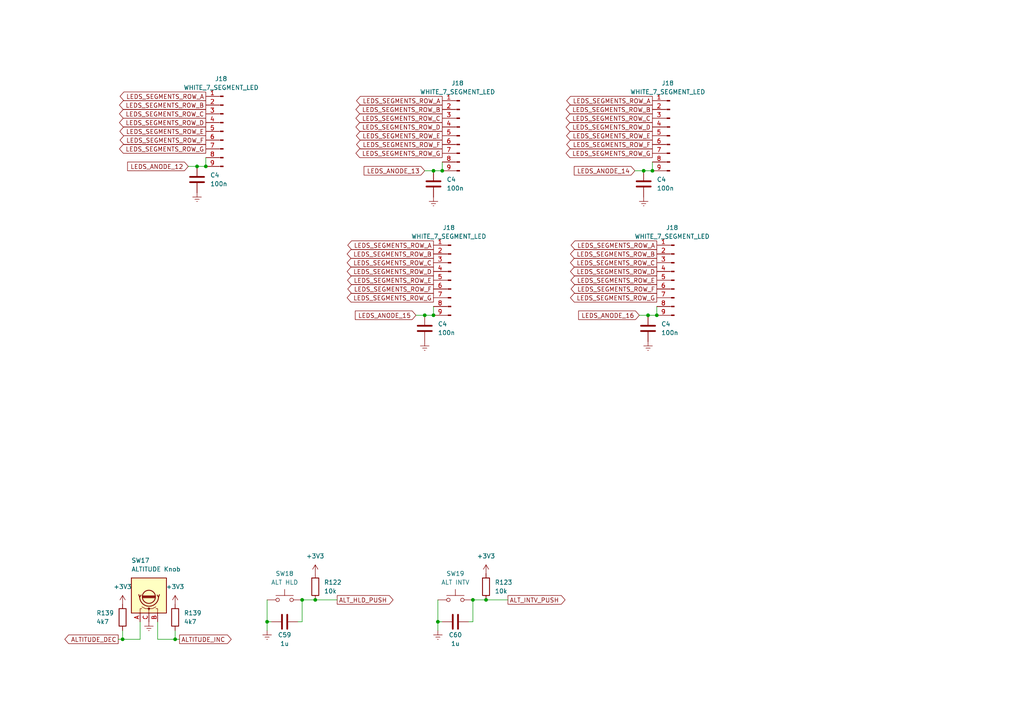
<source format=kicad_sch>
(kicad_sch (version 20230121) (generator eeschema)
  (paper "A4")
  (lib_symbols
    (symbol "Connector:Conn_01x09_Pin" (pin_names (offset 1.016) hide)
      (property "Reference" "J" (at 0 12.7 0))
      (property "Value" "Conn_01x09_Pin" (at 0 -12.7 0))
      (symbol "Conn_01x09_Pin_1_1"
        (polyline (pts (xy 1.27 -10.16) (xy 0.8636 -10.16)) (stroke (width 0.1524)))
        (polyline (pts (xy 1.27 -7.62) (xy 0.8636 -7.62)) (stroke (width 0.1524)))
        (polyline (pts (xy 1.27 -5.08) (xy 0.8636 -5.08)) (stroke (width 0.1524)))
        (polyline (pts (xy 1.27 -2.54) (xy 0.8636 -2.54)) (stroke (width 0.1524)))
        (polyline (pts (xy 1.27 0) (xy 0.8636 0)) (stroke (width 0.1524)))
        (polyline (pts (xy 1.27 2.54) (xy 0.8636 2.54)) (stroke (width 0.1524)))
        (polyline (pts (xy 1.27 5.08) (xy 0.8636 5.08)) (stroke (width 0.1524)))
        (polyline (pts (xy 1.27 7.62) (xy 0.8636 7.62)) (stroke (width 0.1524)))
        (polyline (pts (xy 1.27 10.16) (xy 0.8636 10.16)) (stroke (width 0.1524)))
        (rectangle (start 0.8636 -10.033) (end 0 -10.287) (stroke (width 0.1524)) (fill (type outline)))
        (rectangle (start 0.8636 -7.493) (end 0 -7.747) (stroke (width 0.1524)) (fill (type outline)))
        (rectangle (start 0.8636 -4.953) (end 0 -5.207) (stroke (width 0.1524)) (fill (type outline)))
        (rectangle (start 0.8636 -2.413) (end 0 -2.667) (stroke (width 0.1524)) (fill (type outline)))
        (rectangle (start 0.8636 0.127) (end 0 -0.127) (stroke (width 0.1524)) (fill (type outline)))
        (rectangle (start 0.8636 2.667) (end 0 2.413) (stroke (width 0.1524)) (fill (type outline)))
        (rectangle (start 0.8636 5.207) (end 0 4.953) (stroke (width 0.1524)) (fill (type outline)))
        (rectangle (start 0.8636 7.747) (end 0 7.493) (stroke (width 0.1524)) (fill (type outline)))
        (rectangle (start 0.8636 10.287) (end 0 10.033) (stroke (width 0.1524)) (fill (type outline)))
        (pin passive line (at 5.08 10.16 180) (length 3.81) (name "Pin_1") (number "1"))
        (pin passive line (at 5.08 7.62 180) (length 3.81) (name "Pin_2") (number "2"))
        (pin passive line (at 5.08 5.08 180) (length 3.81) (name "Pin_3") (number "3"))
        (pin passive line (at 5.08 2.54 180) (length 3.81) (name "Pin_4") (number "4"))
        (pin passive line (at 5.08 0 180) (length 3.81) (name "Pin_5") (number "5"))
        (pin passive line (at 5.08 -2.54 180) (length 3.81) (name "Pin_6") (number "6"))
        (pin passive line (at 5.08 -5.08 180) (length 3.81) (name "Pin_7") (number "7"))
        (pin passive line (at 5.08 -7.62 180) (length 3.81) (name "Pin_8") (number "8"))
        (pin passive line (at 5.08 -10.16 180) (length 3.81) (name "Pin_9") (number "9"))
      )
    )
    (symbol "Device:C" (pin_numbers hide) (pin_names (offset 0.254))
      (property "Reference" "C" (at 0.635 2.54 0))
      (property "Value" "C" (at 0.635 -2.54 0))
      (symbol "C_0_1"
        (polyline (pts (xy -2.032 -0.762) (xy 2.032 -0.762)) (stroke (width 0.508)))
        (polyline (pts (xy -2.032 0.762) (xy 2.032 0.762)) (stroke (width 0.508)))
      )
      (symbol "C_1_1"
        (pin passive line (at 0 3.81 270) (length 2.794) (name "~") (number "1"))
        (pin passive line (at 0 -3.81 90) (length 2.794) (name "~") (number "2"))
      )
    )
    (symbol "Device:R" (pin_numbers hide) (pin_names (offset 0))
      (property "Reference" "R" (at 2.032 0 90))
      (property "Value" "R" (at 0 0 90))
      (symbol "R_0_1"
        (rectangle (start -1.016 -2.54) (end 1.016 2.54) (stroke (width 0.254)))
      )
      (symbol "R_1_1"
        (pin passive line (at 0 3.81 270) (length 1.27) (name "~") (number "1"))
        (pin passive line (at 0 -3.81 90) (length 1.27) (name "~") (number "2"))
      )
    )
    (symbol "Device:RotaryEncoder" (pin_names (offset 0.254) hide)
      (property "Reference" "SW" (at 0 6.604 0))
      (property "Value" "RotaryEncoder" (at 0 -6.604 0))
      (symbol "RotaryEncoder_0_1"
        (rectangle (start -5.08 5.08) (end 5.08 -5.08) (stroke (width 0.254)) (fill (type background)))
        (circle (center -3.81 0) (radius 0.254) (fill (type outline)))
        (circle (center -0.381 0) (radius 1.905) (stroke (width 0.254)))
        (arc (start -0.381 2.667) (mid -3.0988 -0.0635) (end -0.381 -2.794) (stroke (width 0.254)))
        (polyline (pts (xy -0.635 -1.778) (xy -0.635 1.778)) (stroke (width 0.254)))
        (polyline (pts (xy -0.381 -1.778) (xy -0.381 1.778)) (stroke (width 0.254)))
        (polyline (pts (xy -0.127 1.778) (xy -0.127 -1.778)) (stroke (width 0.254)))
        (polyline (pts (xy -5.08 -2.54) (xy -3.81 -2.54) (xy -3.81 -2.032)))
        (polyline (pts (xy -5.08 2.54) (xy -3.81 2.54) (xy -3.81 2.032)))
        (polyline (pts (xy 0.254 -3.048) (xy -0.508 -2.794) (xy 0.127 -2.413)) (stroke (width 0.254)))
        (polyline (pts (xy 0.254 2.921) (xy -0.508 2.667) (xy 0.127 2.286)) (stroke (width 0.254)))
        (polyline (pts (xy -5.08 0) (xy -3.81 0) (xy -3.81 -1.016) (xy -3.302 -2.032)))
        (polyline (pts (xy -4.318 0) (xy -3.81 0) (xy -3.81 1.016) (xy -3.302 2.032)))
      )
      (symbol "RotaryEncoder_1_1"
        (pin passive line (at -7.62 2.54 0) (length 2.54) (name "A") (number "A"))
        (pin passive line (at -7.62 -2.54 0) (length 2.54) (name "B") (number "B"))
        (pin passive line (at -7.62 0 0) (length 2.54) (name "C") (number "C"))
      )
    )
    (symbol "Switch:SW_Push" (pin_numbers hide) (pin_names (offset 1.016) hide)
      (property "Reference" "SW" (at 1.27 2.54 0))
      (property "Value" "SW_Push" (at 0 -1.524 0))
      (symbol "SW_Push_0_1"
        (circle (center -2.032 0) (radius 0.508))
        (polyline (pts (xy 0 1.27) (xy 0 3.048)))
        (polyline (pts (xy 2.54 1.27) (xy -2.54 1.27)))
        (circle (center 2.032 0) (radius 0.508))
        (pin passive line (at -5.08 0 0) (length 2.54) (name "1") (number "1"))
        (pin passive line (at 5.08 0 180) (length 2.54) (name "2") (number "2"))
      )
    )
    (symbol "power:+3V3" (power) (pin_names (offset 0))
      (property "Value" "+3V3" (at 0 3.556 0))
      (symbol "+3V3_0_1"
        (polyline (pts (xy -0.762 1.27) (xy 0 2.54)))
        (polyline (pts (xy 0 0) (xy 0 2.54)))
        (polyline (pts (xy 0 2.54) (xy 0.762 1.27)))
      )
      (symbol "+3V3_1_1"
        (pin power_in line (at 0 0 90) (length 0) hide (name "+3V3") (number "1"))
      )
    )
    (symbol "power:Earth" (power) (pin_names (offset 0))
      (symbol "Earth_0_1"
        (polyline (pts (xy -0.635 -1.905) (xy 0.635 -1.905)))
        (polyline (pts (xy -0.127 -2.54) (xy 0.127 -2.54)))
        (polyline (pts (xy 0 -1.27) (xy 0 0)))
        (polyline (pts (xy 1.27 -1.27) (xy -1.27 -1.27)))
      )
      (symbol "Earth_1_1"
        (pin power_in line (at 0 0 270) (length 0) hide (name "Earth") (number "1"))
      )
    )
  )
  (junction (at 123.19 91.44))
  (junction (at 125.73 49.53))
  (junction (at 137.16 173.99))
  (junction (at 77.47 180.34))
  (junction (at 87.63 173.99))
  (junction (at 59.69 48.26))
  (junction (at 125.73 91.44))
  (junction (at 128.27 49.53))
  (junction (at 91.44 173.99))
  (junction (at 187.96 91.44))
  (junction (at 189.23 49.53))
  (junction (at 186.69 49.53))
  (junction (at 35.56 185.42))
  (junction (at 127 180.34))
  (junction (at 50.8 185.42))
  (junction (at 140.97 173.99))
  (junction (at 190.5 91.44))
  (junction (at 57.15 48.26))
  (wire (pts (xy 127 173.99) (xy 127 180.34)))
  (wire (pts (xy 45.72 185.42) (xy 50.8 185.42)))
  (wire (pts (xy 123.19 91.44) (xy 125.73 91.44)))
  (wire (pts (xy 135.89 180.34) (xy 137.16 180.34)))
  (wire (pts (xy 185.42 91.44) (xy 187.96 91.44)))
  (wire (pts (xy 186.69 49.53) (xy 189.23 49.53)))
  (wire (pts (xy 45.72 180.34) (xy 45.72 185.42)))
  (wire (pts (xy 91.44 173.99) (xy 97.79 173.99)))
  (wire (pts (xy 50.8 182.88) (xy 50.8 185.42)))
  (wire (pts (xy 87.63 180.34) (xy 87.63 173.99)))
  (wire (pts (xy 54.61 48.26) (xy 57.15 48.26)))
  (wire (pts (xy 184.15 49.53) (xy 186.69 49.53)))
  (wire (pts (xy 127 180.34) (xy 128.27 180.34)))
  (wire (pts (xy 59.69 45.72) (xy 59.69 48.26)))
  (wire (pts (xy 128.27 46.99) (xy 128.27 49.53)))
  (wire (pts (xy 50.8 185.42) (xy 52.07 185.42)))
  (wire (pts (xy 187.96 91.44) (xy 190.5 91.44)))
  (wire (pts (xy 125.73 49.53) (xy 128.27 49.53)))
  (wire (pts (xy 86.36 180.34) (xy 87.63 180.34)))
  (wire (pts (xy 120.65 91.44) (xy 123.19 91.44)))
  (wire (pts (xy 127 180.34) (xy 127 182.88)))
  (wire (pts (xy 77.47 180.34) (xy 77.47 182.88)))
  (wire (pts (xy 140.97 173.99) (xy 147.32 173.99)))
  (wire (pts (xy 189.23 46.99) (xy 189.23 49.53)))
  (wire (pts (xy 40.64 185.42) (xy 40.64 180.34)))
  (wire (pts (xy 34.29 185.42) (xy 35.56 185.42)))
  (wire (pts (xy 190.5 88.9) (xy 190.5 91.44)))
  (wire (pts (xy 57.15 48.26) (xy 59.69 48.26)))
  (wire (pts (xy 87.63 173.99) (xy 91.44 173.99)))
  (wire (pts (xy 35.56 185.42) (xy 40.64 185.42)))
  (wire (pts (xy 77.47 180.34) (xy 78.74 180.34)))
  (wire (pts (xy 137.16 173.99) (xy 140.97 173.99)))
  (wire (pts (xy 35.56 182.88) (xy 35.56 185.42)))
  (wire (pts (xy 123.19 49.53) (xy 125.73 49.53)))
  (wire (pts (xy 77.47 173.99) (xy 77.47 180.34)))
  (wire (pts (xy 137.16 180.34) (xy 137.16 173.99)))
  (wire (pts (xy 125.73 88.9) (xy 125.73 91.44)))
  (global_label "LEDS_SEGMENTS_ROW_F" (shape output) (at 125.73 83.82 180) (property "Intersheetrefs" "${INTERSHEET_REFS}" (effects hide)))
  (global_label "LEDS_SEGMENTS_ROW_D" (shape output) (at 190.5 78.74 180) (property "Intersheetrefs" "${INTERSHEET_REFS}" (effects hide)))
  (global_label "LEDS_SEGMENTS_ROW_E" (shape output) (at 189.23 39.37 180) (property "Intersheetrefs" "${INTERSHEET_REFS}" (effects hide)))
  (global_label "LEDS_SEGMENTS_ROW_A" (shape output) (at 59.69 27.94 180) (property "Intersheetrefs" "${INTERSHEET_REFS}" (effects hide)))
  (global_label "LEDS_SEGMENTS_ROW_A" (shape output) (at 125.73 71.12 180) (property "Intersheetrefs" "${INTERSHEET_REFS}" (effects hide)))
  (global_label "LEDS_SEGMENTS_ROW_B" (shape output) (at 59.69 30.48 180) (property "Intersheetrefs" "${INTERSHEET_REFS}" (effects hide)))
  (global_label "LEDS_SEGMENTS_ROW_F" (shape output) (at 128.27 41.91 180) (property "Intersheetrefs" "${INTERSHEET_REFS}" (effects hide)))
  (global_label "LEDS_ANODE_13" (shape input) (at 123.19 49.53 180) (property "Intersheetrefs" "${INTERSHEET_REFS}" (effects hide)))
  (global_label "LEDS_SEGMENTS_ROW_G" (shape output) (at 128.27 44.45 180) (property "Intersheetrefs" "${INTERSHEET_REFS}" (effects hide)))
  (global_label "LEDS_ANODE_12" (shape input) (at 54.61 48.26 180) (property "Intersheetrefs" "${INTERSHEET_REFS}" (effects hide)))
  (global_label "LEDS_SEGMENTS_ROW_E" (shape output) (at 190.5 81.28 180) (property "Intersheetrefs" "${INTERSHEET_REFS}" (effects hide)))
  (global_label "ALTITUDE_INC" (shape output) (at 52.07 185.42 0) (property "Intersheetrefs" "${INTERSHEET_REFS}" (effects hide)))
  (global_label "LEDS_ANODE_16" (shape input) (at 185.42 91.44 180) (property "Intersheetrefs" "${INTERSHEET_REFS}" (effects hide)))
  (global_label "LEDS_SEGMENTS_ROW_C" (shape output) (at 190.5 76.2 180) (property "Intersheetrefs" "${INTERSHEET_REFS}" (effects hide)))
  (global_label "LEDS_SEGMENTS_ROW_E" (shape output) (at 59.69 38.1 180) (property "Intersheetrefs" "${INTERSHEET_REFS}" (effects hide)))
  (global_label "ALTITUDE_DEC" (shape output) (at 34.29 185.42 180) (property "Intersheetrefs" "${INTERSHEET_REFS}" (effects hide)))
  (global_label "LEDS_SEGMENTS_ROW_F" (shape output) (at 189.23 41.91 180) (property "Intersheetrefs" "${INTERSHEET_REFS}" (effects hide)))
  (global_label "LEDS_SEGMENTS_ROW_D" (shape output) (at 59.69 35.56 180) (property "Intersheetrefs" "${INTERSHEET_REFS}" (effects hide)))
  (global_label "LEDS_SEGMENTS_ROW_A" (shape output) (at 128.27 29.21 180) (property "Intersheetrefs" "${INTERSHEET_REFS}" (effects hide)))
  (global_label "LEDS_SEGMENTS_ROW_B" (shape output) (at 190.5 73.66 180) (property "Intersheetrefs" "${INTERSHEET_REFS}" (effects hide)))
  (global_label "LEDS_SEGMENTS_ROW_E" (shape output) (at 128.27 39.37 180) (property "Intersheetrefs" "${INTERSHEET_REFS}" (effects hide)))
  (global_label "LEDS_SEGMENTS_ROW_E" (shape output) (at 125.73 81.28 180) (property "Intersheetrefs" "${INTERSHEET_REFS}" (effects hide)))
  (global_label "LEDS_SEGMENTS_ROW_A" (shape output) (at 189.23 29.21 180) (property "Intersheetrefs" "${INTERSHEET_REFS}" (effects hide)))
  (global_label "LEDS_SEGMENTS_ROW_D" (shape output) (at 125.73 78.74 180) (property "Intersheetrefs" "${INTERSHEET_REFS}" (effects hide)))
  (global_label "LEDS_SEGMENTS_ROW_G" (shape output) (at 190.5 86.36 180) (property "Intersheetrefs" "${INTERSHEET_REFS}" (effects hide)))
  (global_label "LEDS_ANODE_14" (shape input) (at 184.15 49.53 180) (property "Intersheetrefs" "${INTERSHEET_REFS}" (effects hide)))
  (global_label "LEDS_SEGMENTS_ROW_G" (shape output) (at 189.23 44.45 180) (property "Intersheetrefs" "${INTERSHEET_REFS}" (effects hide)))
  (global_label "LEDS_SEGMENTS_ROW_F" (shape output) (at 190.5 83.82 180) (property "Intersheetrefs" "${INTERSHEET_REFS}" (effects hide)))
  (global_label "LEDS_SEGMENTS_ROW_C" (shape output) (at 189.23 34.29 180) (property "Intersheetrefs" "${INTERSHEET_REFS}" (effects hide)))
  (global_label "LEDS_ANODE_15" (shape input) (at 120.65 91.44 180) (property "Intersheetrefs" "${INTERSHEET_REFS}" (effects hide)))
  (global_label "LEDS_SEGMENTS_ROW_B" (shape output) (at 125.73 73.66 180) (property "Intersheetrefs" "${INTERSHEET_REFS}" (effects hide)))
  (global_label "ALT_HLD_PUSH" (shape output) (at 97.79 173.99 0) (property "Intersheetrefs" "${INTERSHEET_REFS}" (effects hide)))
  (global_label "LEDS_SEGMENTS_ROW_C" (shape output) (at 125.73 76.2 180) (property "Intersheetrefs" "${INTERSHEET_REFS}" (effects hide)))
  (global_label "LEDS_SEGMENTS_ROW_C" (shape output) (at 59.69 33.02 180) (property "Intersheetrefs" "${INTERSHEET_REFS}" (effects hide)))
  (global_label "LEDS_SEGMENTS_ROW_G" (shape output) (at 59.69 43.18 180) (property "Intersheetrefs" "${INTERSHEET_REFS}" (effects hide)))
  (global_label "LEDS_SEGMENTS_ROW_G" (shape output) (at 125.73 86.36 180) (property "Intersheetrefs" "${INTERSHEET_REFS}" (effects hide)))
  (global_label "ALT_INTV_PUSH" (shape output) (at 147.32 173.99 0) (property "Intersheetrefs" "${INTERSHEET_REFS}" (effects hide)))
  (global_label "LEDS_SEGMENTS_ROW_B" (shape output) (at 128.27 31.75 180) (property "Intersheetrefs" "${INTERSHEET_REFS}" (effects hide)))
  (global_label "LEDS_SEGMENTS_ROW_D" (shape output) (at 128.27 36.83 180) (property "Intersheetrefs" "${INTERSHEET_REFS}" (effects hide)))
  (global_label "LEDS_SEGMENTS_ROW_B" (shape output) (at 189.23 31.75 180) (property "Intersheetrefs" "${INTERSHEET_REFS}" (effects hide)))
  (global_label "LEDS_SEGMENTS_ROW_F" (shape output) (at 59.69 40.64 180) (property "Intersheetrefs" "${INTERSHEET_REFS}" (effects hide)))
  (global_label "LEDS_SEGMENTS_ROW_A" (shape output) (at 190.5 71.12 180) (property "Intersheetrefs" "${INTERSHEET_REFS}" (effects hide)))
  (global_label "LEDS_SEGMENTS_ROW_C" (shape output) (at 128.27 34.29 180) (property "Intersheetrefs" "${INTERSHEET_REFS}" (effects hide)))
  (global_label "LEDS_SEGMENTS_ROW_D" (shape output) (at 189.23 36.83 180) (property "Intersheetrefs" "${INTERSHEET_REFS}" (effects hide)))
  (symbol (lib_id "power:Earth") (at 186.69 57.15 0) (unit 1)
    (property "Reference" "#PWR049" (effects hide))
    (property "Value" "Earth" (effects hide))
    (instances (project "mcpElectronicsv2" (path "" (reference "#PWR049") (unit 1)) (path "" (reference "#PWR017") (unit 1)) (path "" (reference "#PWR023") (unit 1)) (path "" (reference "#PWR045") (unit 1))))
  )
  (symbol (lib_id "Device:R") (at 35.56 179.07 0) (unit 1)
    (property "Reference" "R139" (at 27.94 177.8 0) (effects (justify left)))
    (property "Value" "4k7" (at 27.94 180.34 0) (effects (justify left)))
    (property "Footprint" "Resistor_SMD:R_0402_1005Metric" (effects hide))
    (instances (project "mcpElectronicsv2" (path "" (reference "R139") (unit 1)) (path "" (reference "R148") (unit 1))))
  )
  (symbol (lib_id "Connector:Conn_01x09_Pin") (at 133.35 39.37 0) (mirror y) (unit 1)
    (property "Reference" "J18" (at 132.715 24.13 0))
    (property "Value" "WHITE_7_SEGMENT_LED" (at 132.715 26.67 0))
    (property "Footprint" "Connector_PinHeader_2.54mm:PinHeader_1x09_P2.54mm_Vertical" (effects hide))
    (instances (project "mcpElectronicsv2" (path "" (reference "J18") (unit 1)) (path "" (reference "J25") (unit 1)) (path "" (reference "J34") (unit 1))))
  )
  (symbol (lib_id "Device:C") (at 123.19 95.25 0) (unit 1)
    (property "Reference" "C4" (at 127 93.98 0) (effects (justify left)))
    (property "Value" "100n" (at 127 96.52 0) (effects (justify left)))
    (property "Footprint" "Capacitor_SMD:C_0402_1005Metric" (effects hide))
    (instances (project "mcpElectronicsv2" (path "" (reference "C4") (unit 1)) (path "" (reference "C8") (unit 1)) (path "" (reference "C20") (unit 1))))
  )
  (symbol (lib_id "Device:R") (at 50.8 179.07 0) (unit 1)
    (property "Reference" "R139" (at 53.34 177.8 0) (effects (justify left)))
    (property "Value" "4k7" (at 53.34 180.34 0) (effects (justify left)))
    (property "Footprint" "Resistor_SMD:R_0402_1005Metric" (effects hide))
    (instances (project "mcpElectronicsv2" (path "" (reference "R139") (unit 1)) (path "" (reference "R149") (unit 1))))
  )
  (symbol (lib_id "power:Earth") (at 127 182.88 0) (unit 1)
    (property "Reference" "#PWR0144" (effects hide))
    (property "Value" "Earth" (effects hide))
  )
  (symbol (lib_id "Connector:Conn_01x09_Pin") (at 195.58 81.28 0) (mirror y) (unit 1)
    (property "Reference" "J18" (at 194.945 66.04 0))
    (property "Value" "WHITE_7_SEGMENT_LED" (at 194.945 68.58 0))
    (property "Footprint" "Connector_PinHeader_2.54mm:PinHeader_1x09_P2.54mm_Vertical" (effects hide))
    (instances (project "mcpElectronicsv2" (path "" (reference "J18") (unit 1)) (path "" (reference "J25") (unit 1)) (path "" (reference "J31") (unit 1))))
  )
  (symbol (lib_id "power:Earth") (at 77.47 182.88 0) (unit 1)
    (property "Reference" "#PWR0147" (effects hide))
    (property "Value" "Earth" (effects hide))
  )
  (symbol (lib_id "power:Earth") (at 187.96 99.06 0) (unit 1)
    (property "Reference" "#PWR049" (effects hide))
    (property "Value" "Earth" (effects hide))
    (instances (project "mcpElectronicsv2" (path "" (reference "#PWR049") (unit 1)) (path "" (reference "#PWR017") (unit 1)) (path "" (reference "#PWR023") (unit 1)) (path "" (reference "#PWR056") (unit 1))))
  )
  (symbol (lib_id "Connector:Conn_01x09_Pin") (at 194.31 39.37 0) (mirror y) (unit 1)
    (property "Reference" "J18" (at 193.675 24.13 0))
    (property "Value" "WHITE_7_SEGMENT_LED" (at 193.675 26.67 0))
    (property "Footprint" "Connector_PinHeader_2.54mm:PinHeader_1x09_P2.54mm_Vertical" (effects hide))
    (instances (project "mcpElectronicsv2" (path "" (reference "J18") (unit 1)) (path "" (reference "J25") (unit 1)) (path "" (reference "J30") (unit 1))))
  )
  (symbol (lib_id "Device:C") (at 187.96 95.25 0) (unit 1)
    (property "Reference" "C4" (at 191.77 93.98 0) (effects (justify left)))
    (property "Value" "100n" (at 191.77 96.52 0) (effects (justify left)))
    (property "Footprint" "Capacitor_SMD:C_0402_1005Metric" (effects hide))
    (instances (project "mcpElectronicsv2" (path "" (reference "C4") (unit 1)) (path "" (reference "C8") (unit 1)) (path "" (reference "C21") (unit 1))))
  )
  (symbol (lib_id "power:+3V3") (at 50.8 175.26 0) (unit 1)
    (property "Reference" "#PWR0168" (effects hide))
    (property "Value" "+3V3" (at 50.8 170.18 0))
    (instances (project "mcpElectronicsv2" (path "" (reference "#PWR0168") (unit 1)) (path "" (reference "#PWR0178") (unit 1))))
  )
  (symbol (lib_id "Device:C") (at 125.73 53.34 0) (unit 1)
    (property "Reference" "C4" (at 129.54 52.07 0) (effects (justify left)))
    (property "Value" "100n" (at 129.54 54.61 0) (effects (justify left)))
    (property "Footprint" "Capacitor_SMD:C_0402_1005Metric" (effects hide))
    (instances (project "mcpElectronicsv2" (path "" (reference "C4") (unit 1)) (path "" (reference "C8") (unit 1)) (path "" (reference "C17") (unit 1))))
  )
  (symbol (lib_id "power:+3V3") (at 140.97 166.37 0) (unit 1)
    (property "Reference" "#PWR0145" (effects hide))
    (property "Value" "+3V3" (at 140.97 161.29 0))
  )
  (symbol (lib_id "Device:C") (at 57.15 52.07 0) (unit 1)
    (property "Reference" "C4" (at 60.96 50.8 0) (effects (justify left)))
    (property "Value" "100n" (at 60.96 53.34 0) (effects (justify left)))
    (property "Footprint" "Capacitor_SMD:C_0402_1005Metric" (effects hide))
    (instances (project "mcpElectronicsv2" (path "" (reference "C4") (unit 1)) (path "" (reference "C8") (unit 1)) (path "" (reference "C25") (unit 1))))
  )
  (symbol (lib_id "power:Earth") (at 57.15 55.88 0) (unit 1)
    (property "Reference" "#PWR049" (effects hide))
    (property "Value" "Earth" (effects hide))
    (instances (project "mcpElectronicsv2" (path "" (reference "#PWR049") (unit 1)) (path "" (reference "#PWR017") (unit 1)) (path "" (reference "#PWR023") (unit 1)) (path "" (reference "#PWR060") (unit 1))))
  )
  (symbol (lib_id "Switch:SW_Push") (at 82.55 173.99 0) (unit 1)
    (property "Reference" "SW18" (at 82.55 166.37 0))
    (property "Value" "ALT HLD" (at 82.55 168.91 0))
    (property "Footprint" "Connector_PinHeader_2.54mm:PinHeader_1x02_P2.54mm_Vertical" (effects hide))
  )
  (symbol (lib_id "power:Earth") (at 125.73 57.15 0) (unit 1)
    (property "Reference" "#PWR049" (effects hide))
    (property "Value" "Earth" (effects hide))
    (instances (project "mcpElectronicsv2" (path "" (reference "#PWR049") (unit 1)) (path "" (reference "#PWR017") (unit 1)) (path "" (reference "#PWR023") (unit 1)) (path "" (reference "#PWR041") (unit 1))))
  )
  (symbol (lib_id "Device:RotaryEncoder") (at 43.18 172.72 90) (unit 1)
    (property "Reference" "SW17" (at 38.1 162.56 90) (effects (justify right)))
    (property "Value" "ALTITUDE Knob" (at 38.1 165.1 90) (effects (justify right)))
    (property "Footprint" "Connector_PinHeader_2.54mm:PinHeader_1x03_P2.54mm_Vertical" (effects hide))
  )
  (symbol (lib_id "power:+3V3") (at 35.56 175.26 0) (unit 1)
    (property "Reference" "#PWR0168" (effects hide))
    (property "Value" "+3V3" (at 35.56 170.18 0))
    (instances (project "mcpElectronicsv2" (path "" (reference "#PWR0168") (unit 1)) (path "" (reference "#PWR0177") (unit 1))))
  )
  (symbol (lib_id "Device:C") (at 132.08 180.34 270) (unit 1)
    (property "Reference" "C60" (at 132.08 184.15 90))
    (property "Value" "1u" (at 132.08 186.69 90))
    (property "Footprint" "Capacitor_SMD:C_0402_1005Metric" (effects hide))
  )
  (symbol (lib_id "Connector:Conn_01x09_Pin") (at 130.81 81.28 0) (mirror y) (unit 1)
    (property "Reference" "J18" (at 130.175 66.04 0))
    (property "Value" "WHITE_7_SEGMENT_LED" (at 130.175 68.58 0))
    (property "Footprint" "Connector_PinHeader_2.54mm:PinHeader_1x09_P2.54mm_Vertical" (effects hide))
    (instances (project "mcpElectronicsv2" (path "" (reference "J18") (unit 1)) (path "" (reference "J25") (unit 1)) (path "" (reference "J32") (unit 1))))
  )
  (symbol (lib_id "Device:R") (at 91.44 170.18 0) (unit 1)
    (property "Reference" "R122" (at 93.98 168.9099 0) (effects (justify left)))
    (property "Value" "10k" (at 93.98 171.4499 0) (effects (justify left)))
    (property "Footprint" "Resistor_SMD:R_0402_1005Metric" (effects hide))
  )
  (symbol (lib_id "Device:C") (at 82.55 180.34 270) (unit 1)
    (property "Reference" "C59" (at 82.55 184.15 90))
    (property "Value" "1u" (at 82.55 186.69 90))
    (property "Footprint" "Capacitor_SMD:C_0402_1005Metric" (effects hide))
  )
  (symbol (lib_id "Connector:Conn_01x09_Pin") (at 64.77 38.1 0) (mirror y) (unit 1)
    (property "Reference" "J18" (at 64.135 22.86 0))
    (property "Value" "WHITE_7_SEGMENT_LED" (at 64.135 25.4 0))
    (property "Footprint" "Connector_PinHeader_2.54mm:PinHeader_1x09_P2.54mm_Vertical" (effects hide))
    (instances (project "mcpElectronicsv2" (path "" (reference "J18") (unit 1)) (path "" (reference "J25") (unit 1)) (path "" (reference "J33") (unit 1))))
  )
  (symbol (lib_id "Switch:SW_Push") (at 132.08 173.99 0) (unit 1)
    (property "Reference" "SW19" (at 132.08 166.37 0))
    (property "Value" "ALT INTV" (at 132.08 168.91 0))
    (property "Footprint" "Connector_PinHeader_2.54mm:PinHeader_1x02_P2.54mm_Vertical" (effects hide))
  )
  (symbol (lib_id "Device:C") (at 186.69 53.34 0) (unit 1)
    (property "Reference" "C4" (at 190.5 52.07 0) (effects (justify left)))
    (property "Value" "100n" (at 190.5 54.61 0) (effects (justify left)))
    (property "Footprint" "Capacitor_SMD:C_0402_1005Metric" (effects hide))
    (instances (project "mcpElectronicsv2" (path "" (reference "C4") (unit 1)) (path "" (reference "C8") (unit 1)) (path "" (reference "C19") (unit 1))))
  )
  (symbol (lib_id "power:Earth") (at 43.18 180.34 0) (unit 1)
    (property "Reference" "#PWR0146" (effects hide))
    (property "Value" "Earth" (effects hide))
  )
  (symbol (lib_id "power:Earth") (at 123.19 99.06 0) (unit 1)
    (property "Reference" "#PWR049" (effects hide))
    (property "Value" "Earth" (effects hide))
    (instances (project "mcpElectronicsv2" (path "" (reference "#PWR049") (unit 1)) (path "" (reference "#PWR017") (unit 1)) (path "" (reference "#PWR023") (unit 1)) (path "" (reference "#PWR047") (unit 1))))
  )
  (symbol (lib_id "Device:R") (at 140.97 170.18 0) (unit 1)
    (property "Reference" "R123" (at 143.51 168.9099 0) (effects (justify left)))
    (property "Value" "10k" (at 143.51 171.4499 0) (effects (justify left)))
    (property "Footprint" "Resistor_SMD:R_0402_1005Metric" (effects hide))
  )
  (symbol (lib_id "power:+3V3") (at 91.44 166.37 0) (unit 1)
    (property "Reference" "#PWR0148" (effects hide))
    (property "Value" "+3V3" (at 91.44 161.29 0))
  )
)
</source>
